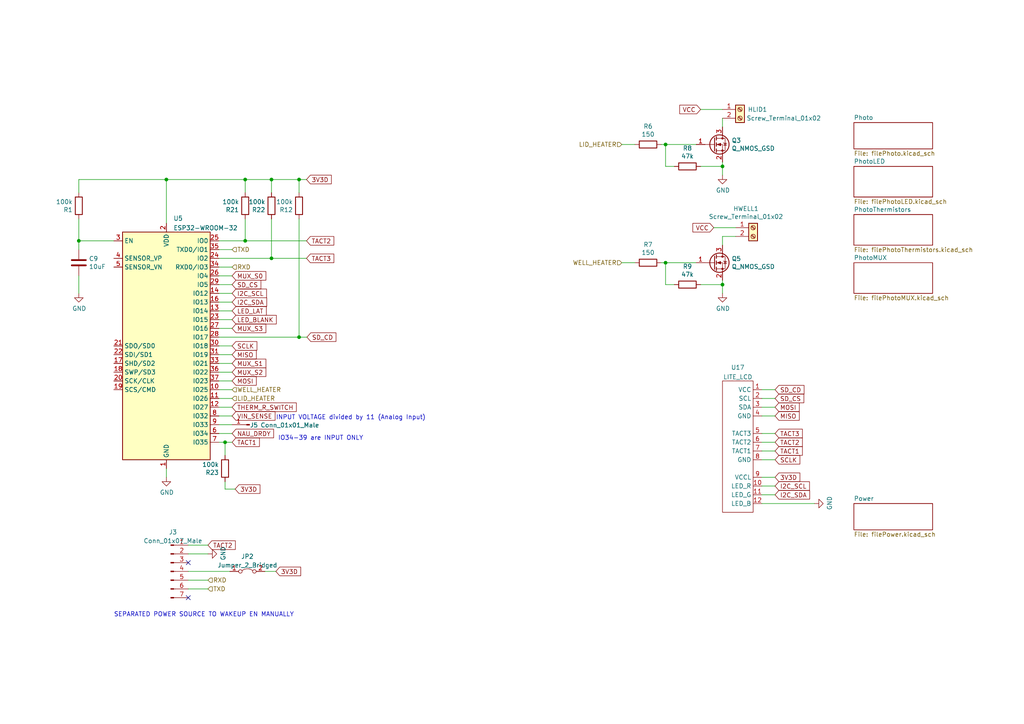
<source format=kicad_sch>
(kicad_sch (version 20211123) (generator eeschema)
  (paper "A4")
  (lib_symbols
    (symbol "Connector:Conn_01x01_Male" (pin_names (offset 1.016) hide)
      (property "Reference" "J" (at 0 2.54 0))
      (property "Value" "Conn_01x01_Male" (at 0 -2.54 0))
      (symbol "Conn_01x01_Male_1_1"
        (polyline (pts (xy 1.27 0) (xy 0.8636 0)) (stroke (width 0.1524)))
        (rectangle (start 0.8636 0.127) (end 0 -0.127) (stroke (width 0.1524)) (fill (type outline)))
        (pin passive line (at 5.08 0 180) (length 3.81) (name "Pin_1") (number "1"))
      )
    )
    (symbol "Connector:Conn_01x07_Male" (pin_names (offset 1.016) hide)
      (property "Reference" "J" (at 0 10.16 0))
      (property "Value" "Conn_01x07_Male" (at 0 -10.16 0))
      (symbol "Conn_01x07_Male_1_1"
        (polyline (pts (xy 1.27 -7.62) (xy 0.8636 -7.62)) (stroke (width 0.1524)))
        (polyline (pts (xy 1.27 -5.08) (xy 0.8636 -5.08)) (stroke (width 0.1524)))
        (polyline (pts (xy 1.27 -2.54) (xy 0.8636 -2.54)) (stroke (width 0.1524)))
        (polyline (pts (xy 1.27 0) (xy 0.8636 0)) (stroke (width 0.1524)))
        (polyline (pts (xy 1.27 2.54) (xy 0.8636 2.54)) (stroke (width 0.1524)))
        (polyline (pts (xy 1.27 5.08) (xy 0.8636 5.08)) (stroke (width 0.1524)))
        (polyline (pts (xy 1.27 7.62) (xy 0.8636 7.62)) (stroke (width 0.1524)))
        (rectangle (start 0.8636 -7.493) (end 0 -7.747) (stroke (width 0.1524)) (fill (type outline)))
        (rectangle (start 0.8636 -4.953) (end 0 -5.207) (stroke (width 0.1524)) (fill (type outline)))
        (rectangle (start 0.8636 -2.413) (end 0 -2.667) (stroke (width 0.1524)) (fill (type outline)))
        (rectangle (start 0.8636 0.127) (end 0 -0.127) (stroke (width 0.1524)) (fill (type outline)))
        (rectangle (start 0.8636 2.667) (end 0 2.413) (stroke (width 0.1524)) (fill (type outline)))
        (rectangle (start 0.8636 5.207) (end 0 4.953) (stroke (width 0.1524)) (fill (type outline)))
        (rectangle (start 0.8636 7.747) (end 0 7.493) (stroke (width 0.1524)) (fill (type outline)))
        (pin passive line (at 5.08 7.62 180) (length 3.81) (name "Pin_1") (number "1"))
        (pin passive line (at 5.08 5.08 180) (length 3.81) (name "Pin_2") (number "2"))
        (pin passive line (at 5.08 2.54 180) (length 3.81) (name "Pin_3") (number "3"))
        (pin passive line (at 5.08 0 180) (length 3.81) (name "Pin_4") (number "4"))
        (pin passive line (at 5.08 -2.54 180) (length 3.81) (name "Pin_5") (number "5"))
        (pin passive line (at 5.08 -5.08 180) (length 3.81) (name "Pin_6") (number "6"))
        (pin passive line (at 5.08 -7.62 180) (length 3.81) (name "Pin_7") (number "7"))
      )
    )
    (symbol "Connector:Screw_Terminal_01x02" (pin_names (offset 1.016) hide)
      (property "Reference" "J" (at 0 2.54 0))
      (property "Value" "Screw_Terminal_01x02" (at 0 -5.08 0))
      (symbol "Screw_Terminal_01x02_1_1"
        (rectangle (start -1.27 1.27) (end 1.27 -3.81) (stroke (width 0.254)) (fill (type background)))
        (circle (center 0 -2.54) (radius 0.635) (stroke (width 0.1524)))
        (polyline (pts (xy -0.5334 -2.2098) (xy 0.3302 -3.048)) (stroke (width 0.1524)))
        (polyline (pts (xy -0.5334 0.3302) (xy 0.3302 -0.508)) (stroke (width 0.1524)))
        (polyline (pts (xy -0.3556 -2.032) (xy 0.508 -2.8702)) (stroke (width 0.1524)))
        (polyline (pts (xy -0.3556 0.508) (xy 0.508 -0.3302)) (stroke (width 0.1524)))
        (circle (center 0 0) (radius 0.635) (stroke (width 0.1524)))
        (pin passive line (at -5.08 0 0) (length 3.81) (name "Pin_1") (number "1"))
        (pin passive line (at -5.08 -2.54 0) (length 3.81) (name "Pin_2") (number "2"))
      )
    )
    (symbol "Device:C" (pin_numbers hide) (pin_names (offset 0.254))
      (property "Reference" "C" (at 0.635 2.54 0))
      (property "Value" "C" (at 0.635 -2.54 0))
      (symbol "C_0_1"
        (polyline (pts (xy -2.032 -0.762) (xy 2.032 -0.762)) (stroke (width 0.508)))
        (polyline (pts (xy -2.032 0.762) (xy 2.032 0.762)) (stroke (width 0.508)))
      )
      (symbol "C_1_1"
        (pin passive line (at 0 3.81 270) (length 2.794) (name "~") (number "1"))
        (pin passive line (at 0 -3.81 90) (length 2.794) (name "~") (number "2"))
      )
    )
    (symbol "Device:Q_NMOS_GSD" (pin_names (offset 0) hide)
      (property "Reference" "Q" (at 5.08 1.27 0))
      (property "Value" "Q_NMOS_GSD" (at 5.08 -1.27 0))
      (symbol "Q_NMOS_GSD_0_1"
        (polyline (pts (xy 0.254 0) (xy -2.54 0)))
        (polyline (pts (xy 0.254 1.905) (xy 0.254 -1.905)) (stroke (width 0.254)))
        (polyline (pts (xy 0.762 -1.27) (xy 0.762 -2.286)) (stroke (width 0.254)))
        (polyline (pts (xy 0.762 0.508) (xy 0.762 -0.508)) (stroke (width 0.254)))
        (polyline (pts (xy 0.762 2.286) (xy 0.762 1.27)) (stroke (width 0.254)))
        (polyline (pts (xy 2.54 2.54) (xy 2.54 1.778)))
        (polyline (pts (xy 2.54 -2.54) (xy 2.54 0) (xy 0.762 0)))
        (polyline (pts (xy 0.762 -1.778) (xy 3.302 -1.778) (xy 3.302 1.778) (xy 0.762 1.778)))
        (polyline (pts (xy 1.016 0) (xy 2.032 0.381) (xy 2.032 -0.381) (xy 1.016 0)) (fill (type outline)))
        (polyline (pts (xy 2.794 0.508) (xy 2.921 0.381) (xy 3.683 0.381) (xy 3.81 0.254)))
        (polyline (pts (xy 3.302 0.381) (xy 2.921 -0.254) (xy 3.683 -0.254) (xy 3.302 0.381)))
        (circle (center 1.651 0) (radius 2.794) (stroke (width 0.254)))
        (circle (center 2.54 -1.778) (radius 0.254) (fill (type outline)))
        (circle (center 2.54 1.778) (radius 0.254) (fill (type outline)))
      )
      (symbol "Q_NMOS_GSD_1_1"
        (pin input line (at -5.08 0 0) (length 2.54) (name "G") (number "1"))
        (pin passive line (at 2.54 -5.08 90) (length 2.54) (name "S") (number "2"))
        (pin passive line (at 2.54 5.08 270) (length 2.54) (name "D") (number "3"))
      )
    )
    (symbol "Device:R" (pin_numbers hide) (pin_names (offset 0))
      (property "Reference" "R" (at 2.032 0 90))
      (property "Value" "R" (at 0 0 90))
      (symbol "R_0_1"
        (rectangle (start -1.016 -2.54) (end 1.016 2.54) (stroke (width 0.254)))
      )
      (symbol "R_1_1"
        (pin passive line (at 0 3.81 270) (length 1.27) (name "~") (number "1"))
        (pin passive line (at 0 -3.81 90) (length 1.27) (name "~") (number "2"))
      )
    )
    (symbol "Jumper:Jumper_2_Bridged" (pin_names (offset 0) hide)
      (property "Reference" "JP" (at 0 1.905 0))
      (property "Value" "Jumper_2_Bridged" (at 0 -2.54 0))
      (symbol "Jumper_2_Bridged_0_0"
        (circle (center -2.032 0) (radius 0.508))
        (circle (center 2.032 0) (radius 0.508))
      )
      (symbol "Jumper_2_Bridged_0_1"
        (arc (start 1.524 0.254) (mid 0 0.762) (end -1.524 0.254))
      )
      (symbol "Jumper_2_Bridged_1_1"
        (pin passive line (at -5.08 0 0) (length 2.54) (name "A") (number "1"))
        (pin passive line (at 5.08 0 180) (length 2.54) (name "B") (number "2"))
      )
    )
    (symbol "Ninja-qPCR:LITE_LCD"
      (property "Reference" "U" (at -3.81 3.81 0))
      (property "Value" "LITE_LCD" (at -3.81 -36.83 0))
      (symbol "LITE_LCD_0_1"
        (rectangle (start 0 2.54) (end -8.89 -35.56) (stroke (width 0.1524)))
      )
      (symbol "LITE_LCD_1_1"
        (pin input line (at 2.54 0 180) (length 2.54) (name "VCC") (number "1"))
        (pin input line (at 2.54 -27.94 180) (length 2.54) (name "LED_R") (number "10"))
        (pin input line (at 2.54 -30.48 180) (length 2.54) (name "LED_G") (number "11"))
        (pin input line (at 2.54 -33.02 180) (length 2.54) (name "LED_B") (number "12"))
        (pin input line (at 2.54 -2.54 180) (length 2.54) (name "SCL") (number "2"))
        (pin input line (at 2.54 -5.08 180) (length 2.54) (name "SDA") (number "3"))
        (pin input line (at 2.54 -7.62 180) (length 2.54) (name "GND") (number "4"))
        (pin input line (at 2.54 -12.7 180) (length 2.54) (name "TACT3") (number "5"))
        (pin input line (at 2.54 -15.24 180) (length 2.54) (name "TACT2") (number "6"))
        (pin input line (at 2.54 -17.78 180) (length 2.54) (name "TACT1") (number "7"))
        (pin input line (at 2.54 -20.32 180) (length 2.54) (name "GND") (number "8"))
        (pin input line (at 2.54 -25.4 180) (length 2.54) (name "VCCL") (number "9"))
      )
    )
    (symbol "RF_Module:ESP32-WROOM-32"
      (property "Reference" "U" (at -12.7 34.29 0))
      (property "Value" "ESP32-WROOM-32" (at 1.27 34.29 0))
      (symbol "ESP32-WROOM-32_0_1"
        (rectangle (start -12.7 33.02) (end 12.7 -33.02) (stroke (width 0.254)) (fill (type background)))
      )
      (symbol "ESP32-WROOM-32_1_1"
        (pin power_in line (at 0 -35.56 90) (length 2.54) (name "GND") (number "1"))
        (pin bidirectional line (at 15.24 -12.7 180) (length 2.54) (name "IO25") (number "10"))
        (pin bidirectional line (at 15.24 -15.24 180) (length 2.54) (name "IO26") (number "11"))
        (pin bidirectional line (at 15.24 -17.78 180) (length 2.54) (name "IO27") (number "12"))
        (pin bidirectional line (at 15.24 10.16 180) (length 2.54) (name "IO14") (number "13"))
        (pin bidirectional line (at 15.24 15.24 180) (length 2.54) (name "IO12") (number "14"))
        (pin passive line (at 0 -35.56 90) (length 2.54) hide (name "GND") (number "15"))
        (pin bidirectional line (at 15.24 12.7 180) (length 2.54) (name "IO13") (number "16"))
        (pin bidirectional line (at -15.24 -5.08 0) (length 2.54) (name "SHD/SD2") (number "17"))
        (pin bidirectional line (at -15.24 -7.62 0) (length 2.54) (name "SWP/SD3") (number "18"))
        (pin bidirectional line (at -15.24 -12.7 0) (length 2.54) (name "SCS/CMD") (number "19"))
        (pin power_in line (at 0 35.56 270) (length 2.54) (name "VDD") (number "2"))
        (pin bidirectional line (at -15.24 -10.16 0) (length 2.54) (name "SCK/CLK") (number "20"))
        (pin bidirectional line (at -15.24 0 0) (length 2.54) (name "SDO/SD0") (number "21"))
        (pin bidirectional line (at -15.24 -2.54 0) (length 2.54) (name "SDI/SD1") (number "22"))
        (pin bidirectional line (at 15.24 7.62 180) (length 2.54) (name "IO15") (number "23"))
        (pin bidirectional line (at 15.24 25.4 180) (length 2.54) (name "IO2") (number "24"))
        (pin bidirectional line (at 15.24 30.48 180) (length 2.54) (name "IO0") (number "25"))
        (pin bidirectional line (at 15.24 20.32 180) (length 2.54) (name "IO4") (number "26"))
        (pin bidirectional line (at 15.24 5.08 180) (length 2.54) (name "IO16") (number "27"))
        (pin bidirectional line (at 15.24 2.54 180) (length 2.54) (name "IO17") (number "28"))
        (pin bidirectional line (at 15.24 17.78 180) (length 2.54) (name "IO5") (number "29"))
        (pin input line (at -15.24 30.48 0) (length 2.54) (name "EN") (number "3"))
        (pin bidirectional line (at 15.24 0 180) (length 2.54) (name "IO18") (number "30"))
        (pin bidirectional line (at 15.24 -2.54 180) (length 2.54) (name "IO19") (number "31"))
        (pin no_connect line (at -12.7 -27.94 0) (length 2.54) hide (name "NC") (number "32"))
        (pin bidirectional line (at 15.24 -5.08 180) (length 2.54) (name "IO21") (number "33"))
        (pin bidirectional line (at 15.24 22.86 180) (length 2.54) (name "RXD0/IO3") (number "34"))
        (pin bidirectional line (at 15.24 27.94 180) (length 2.54) (name "TXD0/IO1") (number "35"))
        (pin bidirectional line (at 15.24 -7.62 180) (length 2.54) (name "IO22") (number "36"))
        (pin bidirectional line (at 15.24 -10.16 180) (length 2.54) (name "IO23") (number "37"))
        (pin passive line (at 0 -35.56 90) (length 2.54) hide (name "GND") (number "38"))
        (pin passive line (at 0 -35.56 90) (length 2.54) hide (name "GND") (number "39"))
        (pin input line (at -15.24 25.4 0) (length 2.54) (name "SENSOR_VP") (number "4"))
        (pin input line (at -15.24 22.86 0) (length 2.54) (name "SENSOR_VN") (number "5"))
        (pin input line (at 15.24 -25.4 180) (length 2.54) (name "IO34") (number "6"))
        (pin input line (at 15.24 -27.94 180) (length 2.54) (name "IO35") (number "7"))
        (pin bidirectional line (at 15.24 -20.32 180) (length 2.54) (name "IO32") (number "8"))
        (pin bidirectional line (at 15.24 -22.86 180) (length 2.54) (name "IO33") (number "9"))
      )
    )
    (symbol "power:GND" (power) (pin_names (offset 0))
      (property "Value" "GND" (at 0 -3.81 0))
      (symbol "GND_0_1"
        (polyline (pts (xy 0 0) (xy 0 -1.27) (xy 1.27 -1.27) (xy 0 -2.54) (xy -1.27 -1.27) (xy 0 -1.27)))
      )
      (symbol "GND_1_1"
        (pin power_in line (at 0 0 270) (length 0) hide (name "GND") (number "1"))
      )
    )
  )
  (junction (at 193.04 41.91))
  (junction (at 22.86 69.85))
  (junction (at 65.278 128.27))
  (junction (at 209.55 82.55))
  (junction (at 48.26 52.07))
  (junction (at 71.12 52.07))
  (junction (at 86.741 52.07))
  (junction (at 209.55 48.26))
  (junction (at 78.74 52.07))
  (junction (at 193.04 76.2))
  (junction (at 78.74 74.93))
  (junction (at 86.741 97.79))
  (junction (at 71.12 69.85))
  (no_connect (at 54.61 173.355))
  (no_connect (at 54.61 163.195))
  (wire (pts (xy 71.12 69.85) (xy 88.9 69.85)))
  (wire (pts (xy 203.2 48.26) (xy 209.55 48.26)))
  (wire (pts (xy 63.5 118.11) (xy 67.31 118.11)))
  (wire (pts (xy 193.04 76.2) (xy 191.77 76.2)))
  (wire (pts (xy 78.74 74.93) (xy 88.9 74.93)))
  (wire (pts (xy 63.5 100.33) (xy 67.31 100.33)))
  (wire (pts (xy 193.04 48.26) (xy 193.04 41.91)))
  (wire (pts (xy 213.36 68.58) (xy 209.55 68.58)))
  (wire (pts (xy 86.741 97.79) (xy 89.027 97.79)))
  (wire (pts (xy 48.26 135.89) (xy 48.26 138.43)))
  (wire (pts (xy 220.98 130.81) (xy 224.79 130.81)))
  (wire (pts (xy 207.01 66.04) (xy 213.36 66.04)))
  (wire (pts (xy 63.5 125.73) (xy 67.31 125.73)))
  (wire (pts (xy 71.12 63.5) (xy 71.12 69.85)))
  (wire (pts (xy 193.04 82.55) (xy 193.04 76.2)))
  (wire (pts (xy 201.93 41.91) (xy 193.04 41.91)))
  (wire (pts (xy 48.26 52.07) (xy 22.86 52.07)))
  (wire (pts (xy 78.74 52.07) (xy 86.741 52.07)))
  (wire (pts (xy 86.741 52.07) (xy 88.9 52.07)))
  (wire (pts (xy 63.5 77.47) (xy 67.31 77.47)))
  (wire (pts (xy 86.741 63.5) (xy 86.741 97.79)))
  (wire (pts (xy 22.86 63.5) (xy 22.86 69.85)))
  (wire (pts (xy 220.98 125.73) (xy 224.79 125.73)))
  (wire (pts (xy 22.86 52.07) (xy 22.86 55.88)))
  (wire (pts (xy 220.98 140.97) (xy 224.79 140.97)))
  (wire (pts (xy 65.278 128.27) (xy 65.278 132.08)))
  (wire (pts (xy 63.5 113.03) (xy 67.31 113.03)))
  (wire (pts (xy 220.98 146.05) (xy 236.22 146.05)))
  (wire (pts (xy 54.61 160.655) (xy 60.325 160.655)))
  (wire (pts (xy 203.2 82.55) (xy 209.55 82.55)))
  (wire (pts (xy 220.98 120.65) (xy 224.79 120.65)))
  (wire (pts (xy 54.61 158.115) (xy 60.325 158.115)))
  (wire (pts (xy 78.74 52.07) (xy 78.74 55.88)))
  (wire (pts (xy 195.58 82.55) (xy 193.04 82.55)))
  (wire (pts (xy 63.5 92.71) (xy 67.31 92.71)))
  (wire (pts (xy 63.5 85.09) (xy 67.31 85.09)))
  (wire (pts (xy 209.55 85.09) (xy 209.55 82.55)))
  (wire (pts (xy 63.5 107.95) (xy 67.31 107.95)))
  (wire (pts (xy 220.98 138.43) (xy 224.79 138.43)))
  (wire (pts (xy 63.5 110.49) (xy 67.31 110.49)))
  (wire (pts (xy 180.34 76.2) (xy 184.15 76.2)))
  (wire (pts (xy 63.5 74.93) (xy 78.74 74.93)))
  (wire (pts (xy 22.86 69.85) (xy 33.02 69.85)))
  (wire (pts (xy 22.86 80.01) (xy 22.86 85.09)))
  (wire (pts (xy 65.278 128.27) (xy 67.31 128.27)))
  (wire (pts (xy 63.5 80.01) (xy 67.31 80.01)))
  (wire (pts (xy 48.26 52.07) (xy 48.26 64.77)))
  (wire (pts (xy 86.741 52.07) (xy 86.741 55.88)))
  (wire (pts (xy 63.5 102.87) (xy 67.31 102.87)))
  (wire (pts (xy 54.61 165.735) (xy 66.675 165.735)))
  (wire (pts (xy 48.26 52.07) (xy 71.12 52.07)))
  (wire (pts (xy 63.5 82.55) (xy 67.31 82.55)))
  (wire (pts (xy 201.93 76.2) (xy 193.04 76.2)))
  (wire (pts (xy 209.55 82.55) (xy 209.55 81.28)))
  (wire (pts (xy 209.55 68.58) (xy 209.55 71.12)))
  (wire (pts (xy 68.199 141.859) (xy 65.278 141.859)))
  (wire (pts (xy 63.5 90.17) (xy 67.31 90.17)))
  (wire (pts (xy 63.5 128.27) (xy 65.278 128.27)))
  (wire (pts (xy 63.5 72.39) (xy 67.31 72.39)))
  (wire (pts (xy 63.5 95.25) (xy 67.31 95.25)))
  (wire (pts (xy 54.61 170.815) (xy 60.325 170.815)))
  (wire (pts (xy 63.5 105.41) (xy 67.31 105.41)))
  (wire (pts (xy 78.74 63.5) (xy 78.74 74.93)))
  (wire (pts (xy 71.12 52.07) (xy 78.74 52.07)))
  (wire (pts (xy 220.98 133.35) (xy 224.79 133.35)))
  (wire (pts (xy 220.98 143.51) (xy 224.79 143.51)))
  (wire (pts (xy 22.86 69.85) (xy 22.86 72.39)))
  (wire (pts (xy 220.98 115.57) (xy 224.79 115.57)))
  (wire (pts (xy 63.5 123.19) (xy 67.31 123.19)))
  (wire (pts (xy 54.61 168.275) (xy 60.325 168.275)))
  (wire (pts (xy 63.5 97.79) (xy 86.741 97.79)))
  (wire (pts (xy 180.34 41.91) (xy 184.15 41.91)))
  (wire (pts (xy 63.5 120.65) (xy 67.31 120.65)))
  (wire (pts (xy 63.5 87.63) (xy 67.31 87.63)))
  (wire (pts (xy 63.5 115.57) (xy 67.31 115.57)))
  (wire (pts (xy 209.55 48.26) (xy 209.55 46.99)))
  (wire (pts (xy 76.835 165.735) (xy 80.01 165.735)))
  (wire (pts (xy 193.04 41.91) (xy 191.77 41.91)))
  (wire (pts (xy 220.98 128.27) (xy 224.79 128.27)))
  (wire (pts (xy 209.55 34.29) (xy 209.55 36.83)))
  (wire (pts (xy 220.98 118.11) (xy 224.79 118.11)))
  (wire (pts (xy 209.55 50.8) (xy 209.55 48.26)))
  (wire (pts (xy 71.12 52.07) (xy 71.12 55.88)))
  (wire (pts (xy 63.5 69.85) (xy 71.12 69.85)))
  (wire (pts (xy 65.278 141.859) (xy 65.278 139.7)))
  (wire (pts (xy 195.58 48.26) (xy 193.04 48.26)))
  (wire (pts (xy 203.2 31.75) (xy 209.55 31.75)))
  (wire (pts (xy 220.98 113.03) (xy 224.79 113.03)))
  (text "SEPARATED POWER SOURCE TO WAKEUP EN MANUALLY" (at 33.02 179.07 0) (effects (font (size 1.27 1.27)) (justify left bottom)))
  (text "IO34-39 are INPUT ONLY" (at 80.645 127.889 0) (effects (font (size 1.27 1.27)) (justify left bottom)))
  (text "INPUT VOLTAGE divided by 11 (Analog Input)" (at 80.01 121.92 0) (effects (font (size 1.27 1.27)) (justify left bottom)))
  (global_label "3V3D" (shape input) (at 224.79 138.43 0) (property "Intersheet References" "${INTERSHEET_REFS}" (effects hide)))
  (global_label "SCLK" (shape input) (at 67.31 100.33 0) (property "Intersheet References" "${INTERSHEET_REFS}" (effects hide)))
  (global_label "I2C_SCL" (shape input) (at 224.79 140.97 0) (property "Intersheet References" "${INTERSHEET_REFS}" (effects hide)))
  (global_label "TACT2" (shape input) (at 60.325 158.115 0) (property "Intersheet References" "${INTERSHEET_REFS}" (effects hide)))
  (global_label "SD_CS" (shape input) (at 224.79 115.57 0) (property "Intersheet References" "${INTERSHEET_REFS}" (effects hide)))
  (global_label "LED_LAT" (shape input) (at 67.31 90.17 0) (property "Intersheet References" "${INTERSHEET_REFS}" (effects hide)))
  (global_label "MOSI" (shape input) (at 224.79 118.11 0) (property "Intersheet References" "${INTERSHEET_REFS}" (effects hide)))
  (global_label "TACT2" (shape input) (at 88.9 69.85 0) (property "Intersheet References" "${INTERSHEET_REFS}" (effects hide)))
  (global_label "TACT3" (shape input) (at 224.79 125.73 0) (property "Intersheet References" "${INTERSHEET_REFS}" (effects hide)))
  (global_label "SD_CD" (shape input) (at 89.027 97.79 0) (property "Intersheet References" "${INTERSHEET_REFS}" (effects hide)))
  (global_label "MUX_S3" (shape input) (at 67.31 95.25 0) (property "Intersheet References" "${INTERSHEET_REFS}" (effects hide)))
  (global_label "I2C_SDA" (shape input) (at 67.31 87.63 0) (property "Intersheet References" "${INTERSHEET_REFS}" (effects hide)))
  (global_label "SD_CS" (shape input) (at 67.31 82.55 0) (property "Intersheet References" "${INTERSHEET_REFS}" (effects hide)))
  (global_label "THERM_R_SWITCH" (shape input) (at 67.31 118.11 0) (property "Intersheet References" "${INTERSHEET_REFS}" (effects hide)))
  (global_label "TACT1" (shape input) (at 67.31 128.27 0) (property "Intersheet References" "${INTERSHEET_REFS}" (effects hide)))
  (global_label "3V3D" (shape input) (at 68.199 141.859 0) (property "Intersheet References" "${INTERSHEET_REFS}" (effects hide)))
  (global_label "NAU_DRDY" (shape input) (at 67.31 125.73 0) (property "Intersheet References" "${INTERSHEET_REFS}" (effects hide)))
  (global_label "MUX_S1" (shape input) (at 67.31 105.41 0) (property "Intersheet References" "${INTERSHEET_REFS}" (effects hide)))
  (global_label "MOSI" (shape input) (at 67.31 110.49 0) (property "Intersheet References" "${INTERSHEET_REFS}" (effects hide)))
  (global_label "VCC" (shape input) (at 207.01 66.04 180) (property "Intersheet References" "${INTERSHEET_REFS}" (effects hide)))
  (global_label "SCLK" (shape input) (at 224.79 133.35 0) (property "Intersheet References" "${INTERSHEET_REFS}" (effects hide)))
  (global_label "I2C_SDA" (shape input) (at 224.79 143.51 0) (property "Intersheet References" "${INTERSHEET_REFS}" (effects hide)))
  (global_label "MISO" (shape input) (at 224.79 120.65 0) (property "Intersheet References" "${INTERSHEET_REFS}" (effects hide)))
  (global_label "SD_CD" (shape input) (at 224.79 113.03 0) (property "Intersheet References" "${INTERSHEET_REFS}" (effects hide)))
  (global_label "TACT2" (shape input) (at 224.79 128.27 0) (property "Intersheet References" "${INTERSHEET_REFS}" (effects hide)))
  (global_label "TACT3" (shape input) (at 88.9 74.93 0) (property "Intersheet References" "${INTERSHEET_REFS}" (effects hide)))
  (global_label "I2C_SCL" (shape input) (at 67.31 85.09 0) (property "Intersheet References" "${INTERSHEET_REFS}" (effects hide)))
  (global_label "3V3D" (shape input) (at 88.9 52.07 0) (property "Intersheet References" "${INTERSHEET_REFS}" (effects hide)))
  (global_label "VCC" (shape input) (at 203.2 31.75 180) (property "Intersheet References" "${INTERSHEET_REFS}" (effects hide)))
  (global_label "MUX_S0" (shape input) (at 67.31 80.01 0) (property "Intersheet References" "${INTERSHEET_REFS}" (effects hide)))
  (global_label "LED_BLANK" (shape input) (at 67.31 92.71 0) (property "Intersheet References" "${INTERSHEET_REFS}" (effects hide)))
  (global_label "VIN_SENSE" (shape input) (at 67.31 120.65 0) (property "Intersheet References" "${INTERSHEET_REFS}" (effects hide)))
  (global_label "MUX_S2" (shape input) (at 67.31 107.95 0) (property "Intersheet References" "${INTERSHEET_REFS}" (effects hide)))
  (global_label "MISO" (shape input) (at 67.31 102.87 0) (property "Intersheet References" "${INTERSHEET_REFS}" (effects hide)))
  (global_label "3V3D" (shape input) (at 80.01 165.735 0) (property "Intersheet References" "${INTERSHEET_REFS}" (effects hide)))
  (global_label "TACT1" (shape input) (at 224.79 130.81 0) (property "Intersheet References" "${INTERSHEET_REFS}" (effects hide)))
  (hierarchical_label "WELL_HEATER" (shape input) (at 67.31 113.03 0))
  (hierarchical_label "RXD" (shape input) (at 60.325 168.275 0))
  (hierarchical_label "LID_HEATER" (shape input) (at 180.34 41.91 180))
  (hierarchical_label "RXD" (shape input) (at 67.31 77.47 0))
  (hierarchical_label "TXD" (shape input) (at 67.31 72.39 0))
  (hierarchical_label "LID_HEATER" (shape input) (at 67.31 115.57 0))
  (hierarchical_label "WELL_HEATER" (shape input) (at 180.34 76.2 180))
  (hierarchical_label "TXD" (shape input) (at 60.325 170.815 0))
  (symbol (lib_id "Device:R") (at 199.39 48.26 270) (unit 1)
    (property "Reference" "R8" (at 199.39 43.0022 90))
    (property "Value" "47k" (at 199.39 45.3136 90))
    (property "Footprint" "Resistor_SMD:R_0603_1608Metric" (effects hide))
  )
  (symbol (lib_id "Device:R") (at 187.96 41.91 270) (unit 1)
    (property "Reference" "R6" (at 187.96 36.6522 90))
    (property "Value" "150" (at 187.96 38.9636 90))
    (property "Footprint" "Resistor_SMD:R_0603_1608Metric" (effects hide))
  )
  (symbol (lib_id "power:GND") (at 209.55 50.8 0) (unit 1)
    (property "Reference" "#PWR05" (effects hide))
    (property "Value" "GND" (at 209.677 55.1942 0))
  )
  (symbol (lib_id "Device:Q_NMOS_GSD") (at 207.01 41.91 0) (unit 1)
    (property "Reference" "Q3" (at 212.1916 40.7416 0) (effects (justify left)))
    (property "Value" "Q_NMOS_GSD" (at 212.1916 43.053 0) (effects (justify left)))
    (property "Footprint" "Ninja-qPCR:SOT95P240X112-3N" (effects hide))
  )
  (symbol (lib_id "Device:R") (at 199.39 82.55 270) (unit 1)
    (property "Reference" "R9" (at 199.39 77.2922 90))
    (property "Value" "47k" (at 199.39 79.6036 90))
    (property "Footprint" "Resistor_SMD:R_0603_1608Metric" (effects hide))
  )
  (symbol (lib_id "Device:R") (at 187.96 76.2 270) (unit 1)
    (property "Reference" "R7" (at 187.96 70.9422 90))
    (property "Value" "150" (at 187.96 73.2536 90))
    (property "Footprint" "Resistor_SMD:R_0603_1608Metric" (effects hide))
  )
  (symbol (lib_id "power:GND") (at 209.55 85.09 0) (unit 1)
    (property "Reference" "#PWR07" (effects hide))
    (property "Value" "GND" (at 209.677 89.4842 0))
  )
  (symbol (lib_id "Device:Q_NMOS_GSD") (at 207.01 76.2 0) (unit 1)
    (property "Reference" "Q5" (at 212.1916 75.0316 0) (effects (justify left)))
    (property "Value" "Q_NMOS_GSD" (at 212.1916 77.343 0) (effects (justify left)))
    (property "Footprint" "Ninja-qPCR:SOT95P240X112-3N" (effects hide))
  )
  (symbol (lib_id "Connector:Screw_Terminal_01x02") (at 218.44 66.04 0) (unit 1)
    (property "Reference" "HWELL1" (at 216.3572 60.5282 0))
    (property "Value" "Screw_Terminal_01x02" (at 216.3572 62.8396 0))
    (property "Footprint" "Ninja-qPCR:TB_SeeedOPL_320110028" (effects hide))
  )
  (symbol (lib_id "Connector:Screw_Terminal_01x02") (at 214.63 31.75 0) (unit 1)
    (property "Reference" "HLID1" (at 219.71 31.75 0))
    (property "Value" "Screw_Terminal_01x02" (at 227.33 34.29 0))
    (property "Footprint" "Ninja-qPCR:TB_SeeedOPL_320110028" (effects hide))
  )
  (symbol (lib_id "power:GND") (at 48.26 138.43 0) (unit 1)
    (property "Reference" "#PWR0104" (effects hide))
    (property "Value" "GND" (at 48.387 142.8242 0))
  )
  (symbol (lib_id "power:GND") (at 60.325 160.655 90) (unit 1)
    (property "Reference" "#PWR0101" (effects hide))
    (property "Value" "GND" (at 64.7192 160.528 0))
  )
  (symbol (lib_id "Connector:Conn_01x07_Male") (at 49.53 165.735 0) (unit 1)
    (property "Reference" "J3" (at 50.165 154.339 0))
    (property "Value" "Conn_01x07_Male" (at 50.165 156.8759 0))
    (property "Footprint" "Connector_PinSocket_2.54mm:PinSocket_1x07_P2.54mm_Horizontal" (effects hide))
  )
  (symbol (lib_id "Jumper:Jumper_2_Bridged") (at 71.755 165.735 0) (unit 1)
    (property "Reference" "JP2" (at 71.755 161.4002 0))
    (property "Value" "Jumper_2_Bridged" (at 71.755 163.9371 0))
    (property "Footprint" "Jumper:SolderJumper-2_P1.3mm_Open_TrianglePad1.0x1.5mm" (effects hide))
  )
  (symbol (lib_id "Device:R") (at 86.741 59.69 180) (unit 1)
    (property "Reference" "R12" (at 84.963 60.8584 0) (effects (justify left)))
    (property "Value" "100k" (at 84.963 58.547 0) (effects (justify left)))
    (property "Footprint" "Resistor_SMD:R_0603_1608Metric" (effects hide))
  )
  (symbol (lib_id "Device:R") (at 71.12 59.69 180) (unit 1)
    (property "Reference" "R21" (at 69.342 60.8584 0) (effects (justify left)))
    (property "Value" "100k" (at 69.342 58.547 0) (effects (justify left)))
    (property "Footprint" "Resistor_SMD:R_0603_1608Metric" (effects hide))
  )
  (symbol (lib_id "Connector:Conn_01x01_Male") (at 72.39 123.19 0) (mirror y) (unit 1)
    (property "Reference" "J5" (at 73.66 123.317 0))
    (property "Value" "Conn_01x01_Male" (at 84.074 123.317 0))
    (property "Footprint" "Pin_Headers:Pin_Header_Straight_1x01_Pitch1.27mm" (effects hide))
  )
  (symbol (lib_id "Device:R") (at 22.86 59.69 180) (unit 1)
    (property "Reference" "R1" (at 21.082 60.8584 0) (effects (justify left)))
    (property "Value" "100k" (at 21.082 58.547 0) (effects (justify left)))
    (property "Footprint" "Resistor_SMD:R_0603_1608Metric" (effects hide))
  )
  (symbol (lib_id "Device:C") (at 22.86 76.2 0) (unit 1)
    (property "Reference" "C9" (at 25.781 75.0316 0) (effects (justify left)))
    (property "Value" "10uF" (at 25.781 77.343 0) (effects (justify left)))
    (property "Footprint" "Capacitor_SMD:C_0805_2012Metric" (effects hide))
  )
  (symbol (lib_id "RF_Module:ESP32-WROOM-32") (at 48.26 100.33 0) (unit 1)
    (property "Reference" "U5" (at 50.2794 63.3435 0) (effects (justify left)))
    (property "Value" "ESP32-WROOM-32" (at 50.2794 66.1186 0) (effects (justify left)))
    (property "Footprint" "RF_Module:ESP32-WROOM-32" (effects hide))
    (property "Datasheet" "https://www.espressif.com/sites/default/files/documentation/esp32-wroom-32_datasheet_en.pdf" (effects hide))
  )
  (symbol (lib_id "Device:R") (at 65.278 135.89 180) (unit 1)
    (property "Reference" "R23" (at 63.5 137.0584 0) (effects (justify left)))
    (property "Value" "100k" (at 63.5 134.747 0) (effects (justify left)))
    (property "Footprint" "Resistor_SMD:R_0603_1608Metric" (effects hide))
  )
  (symbol (lib_id "Device:R") (at 78.74 59.69 180) (unit 1)
    (property "Reference" "R22" (at 76.962 60.8584 0) (effects (justify left)))
    (property "Value" "100k" (at 76.962 58.547 0) (effects (justify left)))
    (property "Footprint" "Resistor_SMD:R_0603_1608Metric" (effects hide))
  )
  (symbol (lib_id "power:GND") (at 236.22 146.05 90) (unit 1)
    (property "Reference" "#PWR0140" (effects hide))
    (property "Value" "GND" (at 240.6142 145.923 0))
  )
  (symbol (lib_id "power:GND") (at 22.86 85.09 0) (unit 1)
    (property "Reference" "#PWR0103" (effects hide))
    (property "Value" "GND" (at 22.987 89.4842 0))
  )
  (symbol (lib_id "Ninja-qPCR:LITE_LCD") (at 218.44 113.03 0) (unit 1)
    (property "Reference" "U17" (at 213.995 106.5743 0))
    (property "Value" "LITE_LCD" (at 213.995 109.3494 0))
    (property "Footprint" "Ninja-qPCR:LITE_LCD" (effects hide))
  )
  (sheet (at 247.65 35.56) (size 22.86 7.62)
    (property "Sheet name" "Photo" (at 247.65 34.8484 0) (effects (justify left bottom)))
    (property "Sheet file" "filePhoto.kicad_sch" (at 247.65 43.7646 0) (effects (justify left top)))
  )
  (sheet (at 247.65 48.26) (size 22.86 8.89)
    (property "Sheet name" "PhotoLED" (at 247.65 47.5484 0) (effects (justify left bottom)))
    (property "Sheet file" "filePhotoLED.kicad_sch" (at 247.65 57.7346 0) (effects (justify left top)))
  )
  (sheet (at 247.65 62.23) (size 22.86 8.89)
    (property "Sheet name" "PhotoThermistors" (at 247.65 61.5184 0) (effects (justify left bottom)))
    (property "Sheet file" "filePhotoThermistors.kicad_sch" (at 247.65 71.7046 0) (effects (justify left top)))
  )
  (sheet (at 247.65 76.2) (size 22.86 8.89)
    (property "Sheet name" "PhotoMUX" (at 247.65 75.4884 0) (effects (justify left bottom)))
    (property "Sheet file" "filePhotoMUX.kicad_sch" (at 247.65 85.6746 0) (effects (justify left top)))
  )
  (sheet (at 247.65 146.05) (size 22.86 7.62) (stroke (width 0.1524))
    (property "Sheet name" "Power" (at 247.65 145.3384 0) (effects (justify left bottom)))
    (property "Sheet file" "filePower.kicad_sch" (at 247.65 154.2546 0) (effects (justify left top)))
  )
)
</source>
